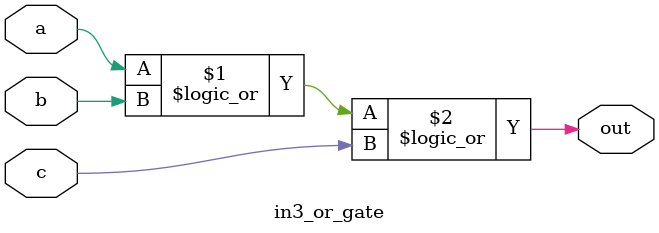
<source format=v>
module in3_or_gate(a, b, c, out);

    input a;
    input b;
    input c;
    output out;


    assign out = a || b || c;
endmodule
</source>
